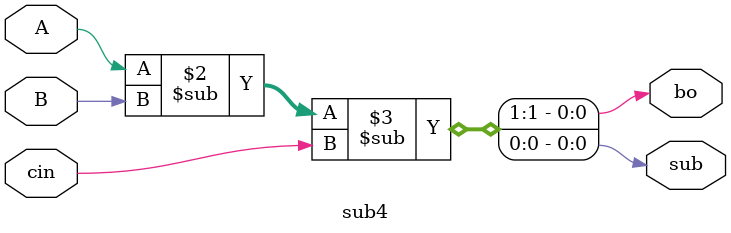
<source format=v>
module sub4 (A,B,cin,sub,bo);

	input A,B,cin;
	output reg sub,bo;
	always @(*) begin 
		{bo,sub}=A-B-cin;
	end

endmodule
</source>
